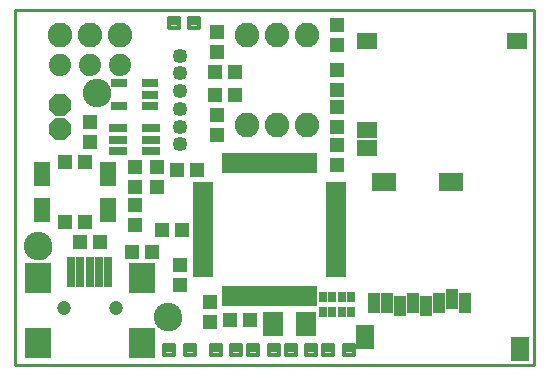
<source format=gts>
G75*
%MOIN*%
%OFA0B0*%
%FSLAX25Y25*%
%IPPOS*%
%LPD*%
%AMOC8*
5,1,8,0,0,1.08239X$1,22.5*
%
%ADD10C,0.01000*%
%ADD11C,0.00000*%
%ADD12C,0.09461*%
%ADD13R,0.06115X0.02965*%
%ADD14R,0.04737X0.05131*%
%ADD15R,0.05131X0.04737*%
%ADD16R,0.07099X0.07887*%
%ADD17R,0.08674X0.10249*%
%ADD18R,0.02769X0.09887*%
%ADD19C,0.04737*%
%ADD20C,0.04934*%
%ADD21C,0.01421*%
%ADD22C,0.08200*%
%ADD23R,0.05800X0.08200*%
%ADD24R,0.06600X0.01900*%
%ADD25R,0.01900X0.06600*%
%ADD26R,0.05524X0.02965*%
%ADD27R,0.03950X0.06706*%
%ADD28R,0.06312X0.08280*%
%ADD29R,0.07887X0.06312*%
%ADD30OC8,0.07400*%
%ADD31R,0.06706X0.05524*%
%ADD32R,0.02769X0.03359*%
%ADD33C,0.07400*%
D10*
X0001800Y0020396D02*
X0175028Y0020396D01*
X0175028Y0138506D01*
X0001800Y0138506D01*
X0001800Y0020396D01*
D11*
X0016170Y0039333D02*
X0016172Y0039421D01*
X0016178Y0039509D01*
X0016188Y0039597D01*
X0016202Y0039685D01*
X0016219Y0039771D01*
X0016241Y0039857D01*
X0016266Y0039941D01*
X0016296Y0040025D01*
X0016328Y0040107D01*
X0016365Y0040187D01*
X0016405Y0040266D01*
X0016449Y0040343D01*
X0016496Y0040418D01*
X0016546Y0040490D01*
X0016600Y0040561D01*
X0016656Y0040628D01*
X0016716Y0040694D01*
X0016778Y0040756D01*
X0016844Y0040816D01*
X0016911Y0040872D01*
X0016982Y0040926D01*
X0017054Y0040976D01*
X0017129Y0041023D01*
X0017206Y0041067D01*
X0017285Y0041107D01*
X0017365Y0041144D01*
X0017447Y0041176D01*
X0017531Y0041206D01*
X0017615Y0041231D01*
X0017701Y0041253D01*
X0017787Y0041270D01*
X0017875Y0041284D01*
X0017963Y0041294D01*
X0018051Y0041300D01*
X0018139Y0041302D01*
X0018227Y0041300D01*
X0018315Y0041294D01*
X0018403Y0041284D01*
X0018491Y0041270D01*
X0018577Y0041253D01*
X0018663Y0041231D01*
X0018747Y0041206D01*
X0018831Y0041176D01*
X0018913Y0041144D01*
X0018993Y0041107D01*
X0019072Y0041067D01*
X0019149Y0041023D01*
X0019224Y0040976D01*
X0019296Y0040926D01*
X0019367Y0040872D01*
X0019434Y0040816D01*
X0019500Y0040756D01*
X0019562Y0040694D01*
X0019622Y0040628D01*
X0019678Y0040561D01*
X0019732Y0040490D01*
X0019782Y0040418D01*
X0019829Y0040343D01*
X0019873Y0040266D01*
X0019913Y0040187D01*
X0019950Y0040107D01*
X0019982Y0040025D01*
X0020012Y0039941D01*
X0020037Y0039857D01*
X0020059Y0039771D01*
X0020076Y0039685D01*
X0020090Y0039597D01*
X0020100Y0039509D01*
X0020106Y0039421D01*
X0020108Y0039333D01*
X0020106Y0039245D01*
X0020100Y0039157D01*
X0020090Y0039069D01*
X0020076Y0038981D01*
X0020059Y0038895D01*
X0020037Y0038809D01*
X0020012Y0038725D01*
X0019982Y0038641D01*
X0019950Y0038559D01*
X0019913Y0038479D01*
X0019873Y0038400D01*
X0019829Y0038323D01*
X0019782Y0038248D01*
X0019732Y0038176D01*
X0019678Y0038105D01*
X0019622Y0038038D01*
X0019562Y0037972D01*
X0019500Y0037910D01*
X0019434Y0037850D01*
X0019367Y0037794D01*
X0019296Y0037740D01*
X0019224Y0037690D01*
X0019149Y0037643D01*
X0019072Y0037599D01*
X0018993Y0037559D01*
X0018913Y0037522D01*
X0018831Y0037490D01*
X0018747Y0037460D01*
X0018663Y0037435D01*
X0018577Y0037413D01*
X0018491Y0037396D01*
X0018403Y0037382D01*
X0018315Y0037372D01*
X0018227Y0037366D01*
X0018139Y0037364D01*
X0018051Y0037366D01*
X0017963Y0037372D01*
X0017875Y0037382D01*
X0017787Y0037396D01*
X0017701Y0037413D01*
X0017615Y0037435D01*
X0017531Y0037460D01*
X0017447Y0037490D01*
X0017365Y0037522D01*
X0017285Y0037559D01*
X0017206Y0037599D01*
X0017129Y0037643D01*
X0017054Y0037690D01*
X0016982Y0037740D01*
X0016911Y0037794D01*
X0016844Y0037850D01*
X0016778Y0037910D01*
X0016716Y0037972D01*
X0016656Y0038038D01*
X0016600Y0038105D01*
X0016546Y0038176D01*
X0016496Y0038248D01*
X0016449Y0038323D01*
X0016405Y0038400D01*
X0016365Y0038479D01*
X0016328Y0038559D01*
X0016296Y0038641D01*
X0016266Y0038725D01*
X0016241Y0038809D01*
X0016219Y0038895D01*
X0016202Y0038981D01*
X0016188Y0039069D01*
X0016178Y0039157D01*
X0016172Y0039245D01*
X0016170Y0039333D01*
X0033492Y0039333D02*
X0033494Y0039421D01*
X0033500Y0039509D01*
X0033510Y0039597D01*
X0033524Y0039685D01*
X0033541Y0039771D01*
X0033563Y0039857D01*
X0033588Y0039941D01*
X0033618Y0040025D01*
X0033650Y0040107D01*
X0033687Y0040187D01*
X0033727Y0040266D01*
X0033771Y0040343D01*
X0033818Y0040418D01*
X0033868Y0040490D01*
X0033922Y0040561D01*
X0033978Y0040628D01*
X0034038Y0040694D01*
X0034100Y0040756D01*
X0034166Y0040816D01*
X0034233Y0040872D01*
X0034304Y0040926D01*
X0034376Y0040976D01*
X0034451Y0041023D01*
X0034528Y0041067D01*
X0034607Y0041107D01*
X0034687Y0041144D01*
X0034769Y0041176D01*
X0034853Y0041206D01*
X0034937Y0041231D01*
X0035023Y0041253D01*
X0035109Y0041270D01*
X0035197Y0041284D01*
X0035285Y0041294D01*
X0035373Y0041300D01*
X0035461Y0041302D01*
X0035549Y0041300D01*
X0035637Y0041294D01*
X0035725Y0041284D01*
X0035813Y0041270D01*
X0035899Y0041253D01*
X0035985Y0041231D01*
X0036069Y0041206D01*
X0036153Y0041176D01*
X0036235Y0041144D01*
X0036315Y0041107D01*
X0036394Y0041067D01*
X0036471Y0041023D01*
X0036546Y0040976D01*
X0036618Y0040926D01*
X0036689Y0040872D01*
X0036756Y0040816D01*
X0036822Y0040756D01*
X0036884Y0040694D01*
X0036944Y0040628D01*
X0037000Y0040561D01*
X0037054Y0040490D01*
X0037104Y0040418D01*
X0037151Y0040343D01*
X0037195Y0040266D01*
X0037235Y0040187D01*
X0037272Y0040107D01*
X0037304Y0040025D01*
X0037334Y0039941D01*
X0037359Y0039857D01*
X0037381Y0039771D01*
X0037398Y0039685D01*
X0037412Y0039597D01*
X0037422Y0039509D01*
X0037428Y0039421D01*
X0037430Y0039333D01*
X0037428Y0039245D01*
X0037422Y0039157D01*
X0037412Y0039069D01*
X0037398Y0038981D01*
X0037381Y0038895D01*
X0037359Y0038809D01*
X0037334Y0038725D01*
X0037304Y0038641D01*
X0037272Y0038559D01*
X0037235Y0038479D01*
X0037195Y0038400D01*
X0037151Y0038323D01*
X0037104Y0038248D01*
X0037054Y0038176D01*
X0037000Y0038105D01*
X0036944Y0038038D01*
X0036884Y0037972D01*
X0036822Y0037910D01*
X0036756Y0037850D01*
X0036689Y0037794D01*
X0036618Y0037740D01*
X0036546Y0037690D01*
X0036471Y0037643D01*
X0036394Y0037599D01*
X0036315Y0037559D01*
X0036235Y0037522D01*
X0036153Y0037490D01*
X0036069Y0037460D01*
X0035985Y0037435D01*
X0035899Y0037413D01*
X0035813Y0037396D01*
X0035725Y0037382D01*
X0035637Y0037372D01*
X0035549Y0037366D01*
X0035461Y0037364D01*
X0035373Y0037366D01*
X0035285Y0037372D01*
X0035197Y0037382D01*
X0035109Y0037396D01*
X0035023Y0037413D01*
X0034937Y0037435D01*
X0034853Y0037460D01*
X0034769Y0037490D01*
X0034687Y0037522D01*
X0034607Y0037559D01*
X0034528Y0037599D01*
X0034451Y0037643D01*
X0034376Y0037690D01*
X0034304Y0037740D01*
X0034233Y0037794D01*
X0034166Y0037850D01*
X0034100Y0037910D01*
X0034038Y0037972D01*
X0033978Y0038038D01*
X0033922Y0038105D01*
X0033868Y0038176D01*
X0033818Y0038248D01*
X0033771Y0038323D01*
X0033727Y0038400D01*
X0033687Y0038479D01*
X0033650Y0038559D01*
X0033618Y0038641D01*
X0033588Y0038725D01*
X0033563Y0038809D01*
X0033541Y0038895D01*
X0033524Y0038981D01*
X0033510Y0039069D01*
X0033500Y0039157D01*
X0033494Y0039245D01*
X0033492Y0039333D01*
X0048650Y0036144D02*
X0048652Y0036275D01*
X0048658Y0036407D01*
X0048668Y0036538D01*
X0048682Y0036669D01*
X0048700Y0036799D01*
X0048722Y0036928D01*
X0048747Y0037057D01*
X0048777Y0037185D01*
X0048811Y0037312D01*
X0048848Y0037439D01*
X0048889Y0037563D01*
X0048934Y0037687D01*
X0048983Y0037809D01*
X0049035Y0037930D01*
X0049091Y0038048D01*
X0049151Y0038166D01*
X0049214Y0038281D01*
X0049281Y0038394D01*
X0049351Y0038506D01*
X0049424Y0038615D01*
X0049500Y0038721D01*
X0049580Y0038826D01*
X0049663Y0038928D01*
X0049749Y0039027D01*
X0049838Y0039124D01*
X0049930Y0039218D01*
X0050025Y0039309D01*
X0050122Y0039398D01*
X0050222Y0039483D01*
X0050325Y0039565D01*
X0050430Y0039644D01*
X0050537Y0039720D01*
X0050647Y0039792D01*
X0050759Y0039861D01*
X0050873Y0039927D01*
X0050988Y0039989D01*
X0051106Y0040048D01*
X0051225Y0040103D01*
X0051346Y0040155D01*
X0051469Y0040202D01*
X0051593Y0040246D01*
X0051718Y0040287D01*
X0051844Y0040323D01*
X0051972Y0040356D01*
X0052100Y0040384D01*
X0052229Y0040409D01*
X0052359Y0040430D01*
X0052489Y0040447D01*
X0052620Y0040460D01*
X0052751Y0040469D01*
X0052882Y0040474D01*
X0053014Y0040475D01*
X0053145Y0040472D01*
X0053277Y0040465D01*
X0053408Y0040454D01*
X0053538Y0040439D01*
X0053668Y0040420D01*
X0053798Y0040397D01*
X0053926Y0040371D01*
X0054054Y0040340D01*
X0054181Y0040305D01*
X0054307Y0040267D01*
X0054431Y0040225D01*
X0054555Y0040179D01*
X0054676Y0040129D01*
X0054796Y0040076D01*
X0054915Y0040019D01*
X0055032Y0039959D01*
X0055146Y0039895D01*
X0055259Y0039827D01*
X0055370Y0039756D01*
X0055479Y0039682D01*
X0055585Y0039605D01*
X0055689Y0039524D01*
X0055790Y0039441D01*
X0055889Y0039354D01*
X0055985Y0039264D01*
X0056078Y0039171D01*
X0056169Y0039076D01*
X0056256Y0038978D01*
X0056341Y0038877D01*
X0056422Y0038774D01*
X0056500Y0038668D01*
X0056575Y0038560D01*
X0056647Y0038450D01*
X0056715Y0038338D01*
X0056780Y0038224D01*
X0056841Y0038107D01*
X0056899Y0037989D01*
X0056953Y0037869D01*
X0057004Y0037748D01*
X0057051Y0037625D01*
X0057094Y0037501D01*
X0057133Y0037376D01*
X0057169Y0037249D01*
X0057200Y0037121D01*
X0057228Y0036993D01*
X0057252Y0036864D01*
X0057272Y0036734D01*
X0057288Y0036603D01*
X0057300Y0036472D01*
X0057308Y0036341D01*
X0057312Y0036210D01*
X0057312Y0036078D01*
X0057308Y0035947D01*
X0057300Y0035816D01*
X0057288Y0035685D01*
X0057272Y0035554D01*
X0057252Y0035424D01*
X0057228Y0035295D01*
X0057200Y0035167D01*
X0057169Y0035039D01*
X0057133Y0034912D01*
X0057094Y0034787D01*
X0057051Y0034663D01*
X0057004Y0034540D01*
X0056953Y0034419D01*
X0056899Y0034299D01*
X0056841Y0034181D01*
X0056780Y0034064D01*
X0056715Y0033950D01*
X0056647Y0033838D01*
X0056575Y0033728D01*
X0056500Y0033620D01*
X0056422Y0033514D01*
X0056341Y0033411D01*
X0056256Y0033310D01*
X0056169Y0033212D01*
X0056078Y0033117D01*
X0055985Y0033024D01*
X0055889Y0032934D01*
X0055790Y0032847D01*
X0055689Y0032764D01*
X0055585Y0032683D01*
X0055479Y0032606D01*
X0055370Y0032532D01*
X0055259Y0032461D01*
X0055147Y0032393D01*
X0055032Y0032329D01*
X0054915Y0032269D01*
X0054796Y0032212D01*
X0054676Y0032159D01*
X0054555Y0032109D01*
X0054431Y0032063D01*
X0054307Y0032021D01*
X0054181Y0031983D01*
X0054054Y0031948D01*
X0053926Y0031917D01*
X0053798Y0031891D01*
X0053668Y0031868D01*
X0053538Y0031849D01*
X0053408Y0031834D01*
X0053277Y0031823D01*
X0053145Y0031816D01*
X0053014Y0031813D01*
X0052882Y0031814D01*
X0052751Y0031819D01*
X0052620Y0031828D01*
X0052489Y0031841D01*
X0052359Y0031858D01*
X0052229Y0031879D01*
X0052100Y0031904D01*
X0051972Y0031932D01*
X0051844Y0031965D01*
X0051718Y0032001D01*
X0051593Y0032042D01*
X0051469Y0032086D01*
X0051346Y0032133D01*
X0051225Y0032185D01*
X0051106Y0032240D01*
X0050988Y0032299D01*
X0050873Y0032361D01*
X0050759Y0032427D01*
X0050647Y0032496D01*
X0050537Y0032568D01*
X0050430Y0032644D01*
X0050325Y0032723D01*
X0050222Y0032805D01*
X0050122Y0032890D01*
X0050025Y0032979D01*
X0049930Y0033070D01*
X0049838Y0033164D01*
X0049749Y0033261D01*
X0049663Y0033360D01*
X0049580Y0033462D01*
X0049500Y0033567D01*
X0049424Y0033673D01*
X0049351Y0033782D01*
X0049281Y0033894D01*
X0049214Y0034007D01*
X0049151Y0034122D01*
X0049091Y0034240D01*
X0049035Y0034358D01*
X0048983Y0034479D01*
X0048934Y0034601D01*
X0048889Y0034725D01*
X0048848Y0034849D01*
X0048811Y0034976D01*
X0048777Y0035103D01*
X0048747Y0035231D01*
X0048722Y0035360D01*
X0048700Y0035489D01*
X0048682Y0035619D01*
X0048668Y0035750D01*
X0048658Y0035881D01*
X0048652Y0036013D01*
X0048650Y0036144D01*
X0005343Y0059766D02*
X0005345Y0059897D01*
X0005351Y0060029D01*
X0005361Y0060160D01*
X0005375Y0060291D01*
X0005393Y0060421D01*
X0005415Y0060550D01*
X0005440Y0060679D01*
X0005470Y0060807D01*
X0005504Y0060934D01*
X0005541Y0061061D01*
X0005582Y0061185D01*
X0005627Y0061309D01*
X0005676Y0061431D01*
X0005728Y0061552D01*
X0005784Y0061670D01*
X0005844Y0061788D01*
X0005907Y0061903D01*
X0005974Y0062016D01*
X0006044Y0062128D01*
X0006117Y0062237D01*
X0006193Y0062343D01*
X0006273Y0062448D01*
X0006356Y0062550D01*
X0006442Y0062649D01*
X0006531Y0062746D01*
X0006623Y0062840D01*
X0006718Y0062931D01*
X0006815Y0063020D01*
X0006915Y0063105D01*
X0007018Y0063187D01*
X0007123Y0063266D01*
X0007230Y0063342D01*
X0007340Y0063414D01*
X0007452Y0063483D01*
X0007566Y0063549D01*
X0007681Y0063611D01*
X0007799Y0063670D01*
X0007918Y0063725D01*
X0008039Y0063777D01*
X0008162Y0063824D01*
X0008286Y0063868D01*
X0008411Y0063909D01*
X0008537Y0063945D01*
X0008665Y0063978D01*
X0008793Y0064006D01*
X0008922Y0064031D01*
X0009052Y0064052D01*
X0009182Y0064069D01*
X0009313Y0064082D01*
X0009444Y0064091D01*
X0009575Y0064096D01*
X0009707Y0064097D01*
X0009838Y0064094D01*
X0009970Y0064087D01*
X0010101Y0064076D01*
X0010231Y0064061D01*
X0010361Y0064042D01*
X0010491Y0064019D01*
X0010619Y0063993D01*
X0010747Y0063962D01*
X0010874Y0063927D01*
X0011000Y0063889D01*
X0011124Y0063847D01*
X0011248Y0063801D01*
X0011369Y0063751D01*
X0011489Y0063698D01*
X0011608Y0063641D01*
X0011725Y0063581D01*
X0011839Y0063517D01*
X0011952Y0063449D01*
X0012063Y0063378D01*
X0012172Y0063304D01*
X0012278Y0063227D01*
X0012382Y0063146D01*
X0012483Y0063063D01*
X0012582Y0062976D01*
X0012678Y0062886D01*
X0012771Y0062793D01*
X0012862Y0062698D01*
X0012949Y0062600D01*
X0013034Y0062499D01*
X0013115Y0062396D01*
X0013193Y0062290D01*
X0013268Y0062182D01*
X0013340Y0062072D01*
X0013408Y0061960D01*
X0013473Y0061846D01*
X0013534Y0061729D01*
X0013592Y0061611D01*
X0013646Y0061491D01*
X0013697Y0061370D01*
X0013744Y0061247D01*
X0013787Y0061123D01*
X0013826Y0060998D01*
X0013862Y0060871D01*
X0013893Y0060743D01*
X0013921Y0060615D01*
X0013945Y0060486D01*
X0013965Y0060356D01*
X0013981Y0060225D01*
X0013993Y0060094D01*
X0014001Y0059963D01*
X0014005Y0059832D01*
X0014005Y0059700D01*
X0014001Y0059569D01*
X0013993Y0059438D01*
X0013981Y0059307D01*
X0013965Y0059176D01*
X0013945Y0059046D01*
X0013921Y0058917D01*
X0013893Y0058789D01*
X0013862Y0058661D01*
X0013826Y0058534D01*
X0013787Y0058409D01*
X0013744Y0058285D01*
X0013697Y0058162D01*
X0013646Y0058041D01*
X0013592Y0057921D01*
X0013534Y0057803D01*
X0013473Y0057686D01*
X0013408Y0057572D01*
X0013340Y0057460D01*
X0013268Y0057350D01*
X0013193Y0057242D01*
X0013115Y0057136D01*
X0013034Y0057033D01*
X0012949Y0056932D01*
X0012862Y0056834D01*
X0012771Y0056739D01*
X0012678Y0056646D01*
X0012582Y0056556D01*
X0012483Y0056469D01*
X0012382Y0056386D01*
X0012278Y0056305D01*
X0012172Y0056228D01*
X0012063Y0056154D01*
X0011952Y0056083D01*
X0011840Y0056015D01*
X0011725Y0055951D01*
X0011608Y0055891D01*
X0011489Y0055834D01*
X0011369Y0055781D01*
X0011248Y0055731D01*
X0011124Y0055685D01*
X0011000Y0055643D01*
X0010874Y0055605D01*
X0010747Y0055570D01*
X0010619Y0055539D01*
X0010491Y0055513D01*
X0010361Y0055490D01*
X0010231Y0055471D01*
X0010101Y0055456D01*
X0009970Y0055445D01*
X0009838Y0055438D01*
X0009707Y0055435D01*
X0009575Y0055436D01*
X0009444Y0055441D01*
X0009313Y0055450D01*
X0009182Y0055463D01*
X0009052Y0055480D01*
X0008922Y0055501D01*
X0008793Y0055526D01*
X0008665Y0055554D01*
X0008537Y0055587D01*
X0008411Y0055623D01*
X0008286Y0055664D01*
X0008162Y0055708D01*
X0008039Y0055755D01*
X0007918Y0055807D01*
X0007799Y0055862D01*
X0007681Y0055921D01*
X0007566Y0055983D01*
X0007452Y0056049D01*
X0007340Y0056118D01*
X0007230Y0056190D01*
X0007123Y0056266D01*
X0007018Y0056345D01*
X0006915Y0056427D01*
X0006815Y0056512D01*
X0006718Y0056601D01*
X0006623Y0056692D01*
X0006531Y0056786D01*
X0006442Y0056883D01*
X0006356Y0056982D01*
X0006273Y0057084D01*
X0006193Y0057189D01*
X0006117Y0057295D01*
X0006044Y0057404D01*
X0005974Y0057516D01*
X0005907Y0057629D01*
X0005844Y0057744D01*
X0005784Y0057862D01*
X0005728Y0057980D01*
X0005676Y0058101D01*
X0005627Y0058223D01*
X0005582Y0058347D01*
X0005541Y0058471D01*
X0005504Y0058598D01*
X0005470Y0058725D01*
X0005440Y0058853D01*
X0005415Y0058982D01*
X0005393Y0059111D01*
X0005375Y0059241D01*
X0005361Y0059372D01*
X0005351Y0059503D01*
X0005345Y0059635D01*
X0005343Y0059766D01*
X0025028Y0110947D02*
X0025030Y0111078D01*
X0025036Y0111210D01*
X0025046Y0111341D01*
X0025060Y0111472D01*
X0025078Y0111602D01*
X0025100Y0111731D01*
X0025125Y0111860D01*
X0025155Y0111988D01*
X0025189Y0112115D01*
X0025226Y0112242D01*
X0025267Y0112366D01*
X0025312Y0112490D01*
X0025361Y0112612D01*
X0025413Y0112733D01*
X0025469Y0112851D01*
X0025529Y0112969D01*
X0025592Y0113084D01*
X0025659Y0113197D01*
X0025729Y0113309D01*
X0025802Y0113418D01*
X0025878Y0113524D01*
X0025958Y0113629D01*
X0026041Y0113731D01*
X0026127Y0113830D01*
X0026216Y0113927D01*
X0026308Y0114021D01*
X0026403Y0114112D01*
X0026500Y0114201D01*
X0026600Y0114286D01*
X0026703Y0114368D01*
X0026808Y0114447D01*
X0026915Y0114523D01*
X0027025Y0114595D01*
X0027137Y0114664D01*
X0027251Y0114730D01*
X0027366Y0114792D01*
X0027484Y0114851D01*
X0027603Y0114906D01*
X0027724Y0114958D01*
X0027847Y0115005D01*
X0027971Y0115049D01*
X0028096Y0115090D01*
X0028222Y0115126D01*
X0028350Y0115159D01*
X0028478Y0115187D01*
X0028607Y0115212D01*
X0028737Y0115233D01*
X0028867Y0115250D01*
X0028998Y0115263D01*
X0029129Y0115272D01*
X0029260Y0115277D01*
X0029392Y0115278D01*
X0029523Y0115275D01*
X0029655Y0115268D01*
X0029786Y0115257D01*
X0029916Y0115242D01*
X0030046Y0115223D01*
X0030176Y0115200D01*
X0030304Y0115174D01*
X0030432Y0115143D01*
X0030559Y0115108D01*
X0030685Y0115070D01*
X0030809Y0115028D01*
X0030933Y0114982D01*
X0031054Y0114932D01*
X0031174Y0114879D01*
X0031293Y0114822D01*
X0031410Y0114762D01*
X0031524Y0114698D01*
X0031637Y0114630D01*
X0031748Y0114559D01*
X0031857Y0114485D01*
X0031963Y0114408D01*
X0032067Y0114327D01*
X0032168Y0114244D01*
X0032267Y0114157D01*
X0032363Y0114067D01*
X0032456Y0113974D01*
X0032547Y0113879D01*
X0032634Y0113781D01*
X0032719Y0113680D01*
X0032800Y0113577D01*
X0032878Y0113471D01*
X0032953Y0113363D01*
X0033025Y0113253D01*
X0033093Y0113141D01*
X0033158Y0113027D01*
X0033219Y0112910D01*
X0033277Y0112792D01*
X0033331Y0112672D01*
X0033382Y0112551D01*
X0033429Y0112428D01*
X0033472Y0112304D01*
X0033511Y0112179D01*
X0033547Y0112052D01*
X0033578Y0111924D01*
X0033606Y0111796D01*
X0033630Y0111667D01*
X0033650Y0111537D01*
X0033666Y0111406D01*
X0033678Y0111275D01*
X0033686Y0111144D01*
X0033690Y0111013D01*
X0033690Y0110881D01*
X0033686Y0110750D01*
X0033678Y0110619D01*
X0033666Y0110488D01*
X0033650Y0110357D01*
X0033630Y0110227D01*
X0033606Y0110098D01*
X0033578Y0109970D01*
X0033547Y0109842D01*
X0033511Y0109715D01*
X0033472Y0109590D01*
X0033429Y0109466D01*
X0033382Y0109343D01*
X0033331Y0109222D01*
X0033277Y0109102D01*
X0033219Y0108984D01*
X0033158Y0108867D01*
X0033093Y0108753D01*
X0033025Y0108641D01*
X0032953Y0108531D01*
X0032878Y0108423D01*
X0032800Y0108317D01*
X0032719Y0108214D01*
X0032634Y0108113D01*
X0032547Y0108015D01*
X0032456Y0107920D01*
X0032363Y0107827D01*
X0032267Y0107737D01*
X0032168Y0107650D01*
X0032067Y0107567D01*
X0031963Y0107486D01*
X0031857Y0107409D01*
X0031748Y0107335D01*
X0031637Y0107264D01*
X0031525Y0107196D01*
X0031410Y0107132D01*
X0031293Y0107072D01*
X0031174Y0107015D01*
X0031054Y0106962D01*
X0030933Y0106912D01*
X0030809Y0106866D01*
X0030685Y0106824D01*
X0030559Y0106786D01*
X0030432Y0106751D01*
X0030304Y0106720D01*
X0030176Y0106694D01*
X0030046Y0106671D01*
X0029916Y0106652D01*
X0029786Y0106637D01*
X0029655Y0106626D01*
X0029523Y0106619D01*
X0029392Y0106616D01*
X0029260Y0106617D01*
X0029129Y0106622D01*
X0028998Y0106631D01*
X0028867Y0106644D01*
X0028737Y0106661D01*
X0028607Y0106682D01*
X0028478Y0106707D01*
X0028350Y0106735D01*
X0028222Y0106768D01*
X0028096Y0106804D01*
X0027971Y0106845D01*
X0027847Y0106889D01*
X0027724Y0106936D01*
X0027603Y0106988D01*
X0027484Y0107043D01*
X0027366Y0107102D01*
X0027251Y0107164D01*
X0027137Y0107230D01*
X0027025Y0107299D01*
X0026915Y0107371D01*
X0026808Y0107447D01*
X0026703Y0107526D01*
X0026600Y0107608D01*
X0026500Y0107693D01*
X0026403Y0107782D01*
X0026308Y0107873D01*
X0026216Y0107967D01*
X0026127Y0108064D01*
X0026041Y0108163D01*
X0025958Y0108265D01*
X0025878Y0108370D01*
X0025802Y0108476D01*
X0025729Y0108585D01*
X0025659Y0108697D01*
X0025592Y0108810D01*
X0025529Y0108925D01*
X0025469Y0109043D01*
X0025413Y0109161D01*
X0025361Y0109282D01*
X0025312Y0109404D01*
X0025267Y0109528D01*
X0025226Y0109652D01*
X0025189Y0109779D01*
X0025155Y0109906D01*
X0025125Y0110034D01*
X0025100Y0110163D01*
X0025078Y0110292D01*
X0025060Y0110422D01*
X0025046Y0110553D01*
X0025036Y0110684D01*
X0025030Y0110816D01*
X0025028Y0110947D01*
D12*
X0029359Y0110947D03*
X0009674Y0059766D03*
X0052981Y0036144D03*
D13*
X0047214Y0091656D03*
X0047214Y0095396D03*
X0047214Y0099136D03*
X0036386Y0099136D03*
X0036386Y0095396D03*
X0036386Y0091656D03*
D14*
X0041800Y0086243D03*
X0049300Y0086243D03*
X0049300Y0079550D03*
X0041800Y0079550D03*
X0041800Y0073743D03*
X0041800Y0067050D03*
X0056800Y0053743D03*
X0056800Y0047050D03*
X0109300Y0087050D03*
X0109300Y0093743D03*
X0109300Y0099550D03*
X0109300Y0106243D03*
X0109300Y0112050D03*
X0109300Y0118743D03*
X0109300Y0127050D03*
X0109300Y0133743D03*
X0075146Y0117896D03*
X0068454Y0117896D03*
X0068454Y0110396D03*
X0075146Y0110396D03*
X0069300Y0103743D03*
X0069300Y0097050D03*
D15*
X0062646Y0085396D03*
X0055954Y0085396D03*
X0057646Y0065396D03*
X0050954Y0065396D03*
X0047646Y0057896D03*
X0040954Y0057896D03*
X0030146Y0061396D03*
X0023454Y0061396D03*
X0025146Y0067896D03*
X0018454Y0067896D03*
X0018454Y0087896D03*
X0025146Y0087896D03*
X0026800Y0094550D03*
X0026800Y0101243D03*
X0069300Y0124550D03*
X0069300Y0131243D03*
X0066800Y0041243D03*
X0073454Y0035396D03*
X0080146Y0035396D03*
X0066800Y0034550D03*
D16*
X0087788Y0033896D03*
X0098812Y0033896D03*
D17*
X0044123Y0027522D03*
X0044123Y0049176D03*
X0009477Y0049176D03*
X0009477Y0027522D03*
D18*
X0020501Y0051396D03*
X0023650Y0051396D03*
X0026800Y0051396D03*
X0029950Y0051396D03*
X0033099Y0051396D03*
D19*
X0035461Y0039333D03*
X0018139Y0039333D03*
D20*
X0056918Y0093802D03*
X0056918Y0099707D03*
X0056918Y0105613D03*
X0056918Y0111518D03*
X0056918Y0117424D03*
X0056918Y0123329D03*
D21*
X0056505Y0132738D02*
X0056505Y0136054D01*
X0056505Y0132738D02*
X0053189Y0132738D01*
X0053189Y0136054D01*
X0056505Y0136054D01*
X0056505Y0134158D02*
X0053189Y0134158D01*
X0053189Y0135578D02*
X0056505Y0135578D01*
X0063411Y0136054D02*
X0063411Y0132738D01*
X0060095Y0132738D01*
X0060095Y0136054D01*
X0063411Y0136054D01*
X0063411Y0134158D02*
X0060095Y0134158D01*
X0060095Y0135578D02*
X0063411Y0135578D01*
X0058595Y0027054D02*
X0058595Y0023738D01*
X0058595Y0027054D02*
X0061911Y0027054D01*
X0061911Y0023738D01*
X0058595Y0023738D01*
X0058595Y0025158D02*
X0061911Y0025158D01*
X0061911Y0026578D02*
X0058595Y0026578D01*
X0051689Y0027054D02*
X0051689Y0023738D01*
X0051689Y0027054D02*
X0055005Y0027054D01*
X0055005Y0023738D01*
X0051689Y0023738D01*
X0051689Y0025158D02*
X0055005Y0025158D01*
X0055005Y0026578D02*
X0051689Y0026578D01*
X0067189Y0027054D02*
X0067189Y0023738D01*
X0067189Y0027054D02*
X0070505Y0027054D01*
X0070505Y0023738D01*
X0067189Y0023738D01*
X0067189Y0025158D02*
X0070505Y0025158D01*
X0070505Y0026578D02*
X0067189Y0026578D01*
X0074095Y0027054D02*
X0074095Y0023738D01*
X0074095Y0027054D02*
X0077411Y0027054D01*
X0077411Y0023738D01*
X0074095Y0023738D01*
X0074095Y0025158D02*
X0077411Y0025158D01*
X0077411Y0026578D02*
X0074095Y0026578D01*
X0079689Y0027054D02*
X0079689Y0023738D01*
X0079689Y0027054D02*
X0083005Y0027054D01*
X0083005Y0023738D01*
X0079689Y0023738D01*
X0079689Y0025158D02*
X0083005Y0025158D01*
X0083005Y0026578D02*
X0079689Y0026578D01*
X0086595Y0027054D02*
X0086595Y0023738D01*
X0086595Y0027054D02*
X0089911Y0027054D01*
X0089911Y0023738D01*
X0086595Y0023738D01*
X0086595Y0025158D02*
X0089911Y0025158D01*
X0089911Y0026578D02*
X0086595Y0026578D01*
X0092189Y0027054D02*
X0092189Y0023738D01*
X0092189Y0027054D02*
X0095505Y0027054D01*
X0095505Y0023738D01*
X0092189Y0023738D01*
X0092189Y0025158D02*
X0095505Y0025158D01*
X0095505Y0026578D02*
X0092189Y0026578D01*
X0099095Y0027054D02*
X0099095Y0023738D01*
X0099095Y0027054D02*
X0102411Y0027054D01*
X0102411Y0023738D01*
X0099095Y0023738D01*
X0099095Y0025158D02*
X0102411Y0025158D01*
X0102411Y0026578D02*
X0099095Y0026578D01*
X0104689Y0027054D02*
X0104689Y0023738D01*
X0104689Y0027054D02*
X0108005Y0027054D01*
X0108005Y0023738D01*
X0104689Y0023738D01*
X0104689Y0025158D02*
X0108005Y0025158D01*
X0108005Y0026578D02*
X0104689Y0026578D01*
X0111595Y0027054D02*
X0111595Y0023738D01*
X0111595Y0027054D02*
X0114911Y0027054D01*
X0114911Y0023738D01*
X0111595Y0023738D01*
X0111595Y0025158D02*
X0114911Y0025158D01*
X0114911Y0026578D02*
X0111595Y0026578D01*
D22*
X0099300Y0100396D03*
X0089300Y0100396D03*
X0079300Y0100396D03*
X0079300Y0130396D03*
X0089300Y0130396D03*
X0099300Y0130396D03*
X0036800Y0130396D03*
X0026800Y0130396D03*
X0016800Y0130396D03*
D23*
X0010800Y0083896D03*
X0010800Y0071896D03*
X0032800Y0071896D03*
X0032800Y0083896D03*
D24*
X0064700Y0080196D03*
X0064700Y0078196D03*
X0064700Y0076196D03*
X0064700Y0074296D03*
X0064700Y0072296D03*
X0064700Y0070296D03*
X0064700Y0068396D03*
X0064700Y0066396D03*
X0064700Y0064396D03*
X0064700Y0062396D03*
X0064700Y0060496D03*
X0064700Y0058496D03*
X0064700Y0056496D03*
X0064700Y0054596D03*
X0064700Y0052596D03*
X0064700Y0050596D03*
X0108900Y0050596D03*
X0108900Y0052596D03*
X0108900Y0054596D03*
X0108900Y0056496D03*
X0108900Y0058496D03*
X0108900Y0060496D03*
X0108900Y0062396D03*
X0108900Y0064396D03*
X0108900Y0066396D03*
X0108900Y0068396D03*
X0108900Y0070296D03*
X0108900Y0072296D03*
X0108900Y0074296D03*
X0108900Y0076196D03*
X0108900Y0078196D03*
X0108900Y0080196D03*
D25*
X0101600Y0087496D03*
X0099600Y0087496D03*
X0097600Y0087496D03*
X0095700Y0087496D03*
X0093700Y0087496D03*
X0091700Y0087496D03*
X0089800Y0087496D03*
X0087800Y0087496D03*
X0085800Y0087496D03*
X0083800Y0087496D03*
X0081900Y0087496D03*
X0079900Y0087496D03*
X0077900Y0087496D03*
X0076000Y0087496D03*
X0074000Y0087496D03*
X0072000Y0087496D03*
X0072000Y0043296D03*
X0074000Y0043296D03*
X0076000Y0043296D03*
X0077900Y0043296D03*
X0079900Y0043296D03*
X0081900Y0043296D03*
X0083800Y0043296D03*
X0085800Y0043296D03*
X0087800Y0043296D03*
X0089800Y0043296D03*
X0091700Y0043296D03*
X0093700Y0043296D03*
X0095700Y0043296D03*
X0097600Y0043296D03*
X0099600Y0043296D03*
X0101600Y0043296D03*
D26*
X0046919Y0106656D03*
X0046919Y0110396D03*
X0046919Y0114136D03*
X0036681Y0114136D03*
X0036681Y0106656D03*
D27*
X0121682Y0040770D03*
X0126013Y0040770D03*
X0130343Y0039983D03*
X0134674Y0040770D03*
X0139005Y0039983D03*
X0143335Y0040770D03*
X0147666Y0042345D03*
X0151997Y0040770D03*
D28*
X0170343Y0025613D03*
X0118572Y0029550D03*
D29*
X0124871Y0081321D03*
X0147312Y0081321D03*
D30*
X0016800Y0098959D03*
X0016800Y0106833D03*
D31*
X0119221Y0098585D03*
X0119221Y0092680D03*
X0119221Y0128113D03*
X0169379Y0128113D03*
D32*
X0114024Y0042857D03*
X0110875Y0042857D03*
X0107725Y0042857D03*
X0104576Y0042857D03*
X0104576Y0037935D03*
X0107725Y0037935D03*
X0110875Y0037935D03*
X0114024Y0037935D03*
D33*
X0036800Y0120396D03*
X0026800Y0120396D03*
X0016800Y0120396D03*
M02*

</source>
